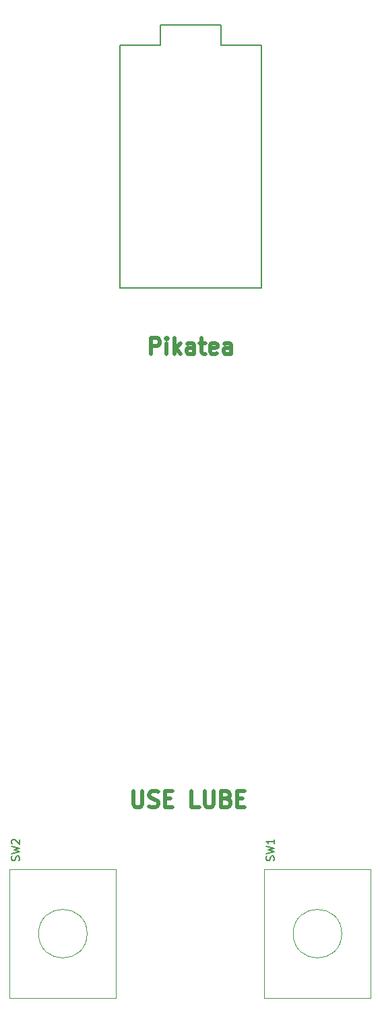
<source format=gbr>
%TF.GenerationSoftware,KiCad,Pcbnew,(5.1.6)-1*%
%TF.CreationDate,2022-03-28T18:13:33-05:00*%
%TF.ProjectId,PR-PCB,50522d50-4342-42e6-9b69-6361645f7063,rev?*%
%TF.SameCoordinates,Original*%
%TF.FileFunction,Legend,Top*%
%TF.FilePolarity,Positive*%
%FSLAX46Y46*%
G04 Gerber Fmt 4.6, Leading zero omitted, Abs format (unit mm)*
G04 Created by KiCad (PCBNEW (5.1.6)-1) date 2022-03-28 18:13:33*
%MOMM*%
%LPD*%
G01*
G04 APERTURE LIST*
%ADD10C,0.500000*%
%ADD11C,0.150000*%
%ADD12C,0.120000*%
G04 APERTURE END LIST*
D10*
X4852380Y-38804761D02*
X4852380Y-36804761D01*
X5614285Y-36804761D01*
X5804761Y-36900000D01*
X5900000Y-36995238D01*
X5995238Y-37185714D01*
X5995238Y-37471428D01*
X5900000Y-37661904D01*
X5804761Y-37757142D01*
X5614285Y-37852380D01*
X4852380Y-37852380D01*
X6852380Y-38804761D02*
X6852380Y-37471428D01*
X6852380Y-36804761D02*
X6757142Y-36900000D01*
X6852380Y-36995238D01*
X6947619Y-36900000D01*
X6852380Y-36804761D01*
X6852380Y-36995238D01*
X7804761Y-38804761D02*
X7804761Y-36804761D01*
X7995238Y-38042857D02*
X8566666Y-38804761D01*
X8566666Y-37471428D02*
X7804761Y-38233333D01*
X10280952Y-38804761D02*
X10280952Y-37757142D01*
X10185714Y-37566666D01*
X9995238Y-37471428D01*
X9614285Y-37471428D01*
X9423809Y-37566666D01*
X10280952Y-38709523D02*
X10090476Y-38804761D01*
X9614285Y-38804761D01*
X9423809Y-38709523D01*
X9328571Y-38519047D01*
X9328571Y-38328571D01*
X9423809Y-38138095D01*
X9614285Y-38042857D01*
X10090476Y-38042857D01*
X10280952Y-37947619D01*
X10947619Y-37471428D02*
X11709523Y-37471428D01*
X11233333Y-36804761D02*
X11233333Y-38519047D01*
X11328571Y-38709523D01*
X11519047Y-38804761D01*
X11709523Y-38804761D01*
X13138095Y-38709523D02*
X12947619Y-38804761D01*
X12566666Y-38804761D01*
X12376190Y-38709523D01*
X12280952Y-38519047D01*
X12280952Y-37757142D01*
X12376190Y-37566666D01*
X12566666Y-37471428D01*
X12947619Y-37471428D01*
X13138095Y-37566666D01*
X13233333Y-37757142D01*
X13233333Y-37947619D01*
X12280952Y-38138095D01*
X14947619Y-38804761D02*
X14947619Y-37757142D01*
X14852380Y-37566666D01*
X14661904Y-37471428D01*
X14280952Y-37471428D01*
X14090476Y-37566666D01*
X14947619Y-38709523D02*
X14757142Y-38804761D01*
X14280952Y-38804761D01*
X14090476Y-38709523D01*
X13995238Y-38519047D01*
X13995238Y-38328571D01*
X14090476Y-38138095D01*
X14280952Y-38042857D01*
X14757142Y-38042857D01*
X14947619Y-37947619D01*
X2647619Y-93704761D02*
X2647619Y-95323809D01*
X2742857Y-95514285D01*
X2838095Y-95609523D01*
X3028571Y-95704761D01*
X3409523Y-95704761D01*
X3600000Y-95609523D01*
X3695238Y-95514285D01*
X3790476Y-95323809D01*
X3790476Y-93704761D01*
X4647619Y-95609523D02*
X4933333Y-95704761D01*
X5409523Y-95704761D01*
X5600000Y-95609523D01*
X5695238Y-95514285D01*
X5790476Y-95323809D01*
X5790476Y-95133333D01*
X5695238Y-94942857D01*
X5600000Y-94847619D01*
X5409523Y-94752380D01*
X5028571Y-94657142D01*
X4838095Y-94561904D01*
X4742857Y-94466666D01*
X4647619Y-94276190D01*
X4647619Y-94085714D01*
X4742857Y-93895238D01*
X4838095Y-93800000D01*
X5028571Y-93704761D01*
X5504761Y-93704761D01*
X5790476Y-93800000D01*
X6647619Y-94657142D02*
X7314285Y-94657142D01*
X7600000Y-95704761D02*
X6647619Y-95704761D01*
X6647619Y-93704761D01*
X7600000Y-93704761D01*
X10933333Y-95704761D02*
X9980952Y-95704761D01*
X9980952Y-93704761D01*
X11600000Y-93704761D02*
X11600000Y-95323809D01*
X11695238Y-95514285D01*
X11790476Y-95609523D01*
X11980952Y-95704761D01*
X12361904Y-95704761D01*
X12552380Y-95609523D01*
X12647619Y-95514285D01*
X12742857Y-95323809D01*
X12742857Y-93704761D01*
X14361904Y-94657142D02*
X14647619Y-94752380D01*
X14742857Y-94847619D01*
X14838095Y-95038095D01*
X14838095Y-95323809D01*
X14742857Y-95514285D01*
X14647619Y-95609523D01*
X14457142Y-95704761D01*
X13695238Y-95704761D01*
X13695238Y-93704761D01*
X14361904Y-93704761D01*
X14552380Y-93800000D01*
X14647619Y-93895238D01*
X14742857Y-94085714D01*
X14742857Y-94276190D01*
X14647619Y-94466666D01*
X14552380Y-94561904D01*
X14361904Y-94657142D01*
X13695238Y-94657142D01*
X15695238Y-94657142D02*
X16361904Y-94657142D01*
X16647619Y-95704761D02*
X15695238Y-95704761D01*
X15695238Y-93704761D01*
X16647619Y-93704761D01*
D11*
%TO.C,U1*%
X960000Y-30000D02*
X960000Y-30510000D01*
X960000Y-30000D02*
X6040000Y-30000D01*
X6040000Y-30000D02*
X6040000Y2510000D01*
X6040000Y2510000D02*
X13660000Y2510000D01*
X13660000Y2510000D02*
X13660000Y-30000D01*
X13660000Y-30000D02*
X18740000Y-30000D01*
X18740000Y-30000D02*
X18740000Y-30510000D01*
X18740000Y-30510000D02*
X960000Y-30510000D01*
D12*
%TO.C,SW2*%
X-12900000Y-119700000D02*
X-12900000Y-103500000D01*
X500000Y-103500000D02*
X500000Y-119700000D01*
X-12900000Y-119700000D02*
X500000Y-119700000D01*
X-12900000Y-103500000D02*
X500000Y-103500000D01*
X-3150000Y-111600000D02*
G75*
G03*
X-3150000Y-111600000I-3050000J0D01*
G01*
%TO.C,SW1*%
X19100000Y-119700000D02*
X19100000Y-103500000D01*
X32500000Y-103500000D02*
X32500000Y-119700000D01*
X19100000Y-119700000D02*
X32500000Y-119700000D01*
X19100000Y-103500000D02*
X32500000Y-103500000D01*
X28850000Y-111600000D02*
G75*
G03*
X28850000Y-111600000I-3050000J0D01*
G01*
%TO.C,SW2*%
D11*
X-11695238Y-102433333D02*
X-11647619Y-102290476D01*
X-11647619Y-102052380D01*
X-11695238Y-101957142D01*
X-11742857Y-101909523D01*
X-11838095Y-101861904D01*
X-11933333Y-101861904D01*
X-12028571Y-101909523D01*
X-12076190Y-101957142D01*
X-12123809Y-102052380D01*
X-12171428Y-102242857D01*
X-12219047Y-102338095D01*
X-12266666Y-102385714D01*
X-12361904Y-102433333D01*
X-12457142Y-102433333D01*
X-12552380Y-102385714D01*
X-12600000Y-102338095D01*
X-12647619Y-102242857D01*
X-12647619Y-102004761D01*
X-12600000Y-101861904D01*
X-12647619Y-101528571D02*
X-11647619Y-101290476D01*
X-12361904Y-101100000D01*
X-11647619Y-100909523D01*
X-12647619Y-100671428D01*
X-12552380Y-100338095D02*
X-12600000Y-100290476D01*
X-12647619Y-100195238D01*
X-12647619Y-99957142D01*
X-12600000Y-99861904D01*
X-12552380Y-99814285D01*
X-12457142Y-99766666D01*
X-12361904Y-99766666D01*
X-12219047Y-99814285D01*
X-11647619Y-100385714D01*
X-11647619Y-99766666D01*
%TO.C,SW1*%
X20304761Y-102433333D02*
X20352380Y-102290476D01*
X20352380Y-102052380D01*
X20304761Y-101957142D01*
X20257142Y-101909523D01*
X20161904Y-101861904D01*
X20066666Y-101861904D01*
X19971428Y-101909523D01*
X19923809Y-101957142D01*
X19876190Y-102052380D01*
X19828571Y-102242857D01*
X19780952Y-102338095D01*
X19733333Y-102385714D01*
X19638095Y-102433333D01*
X19542857Y-102433333D01*
X19447619Y-102385714D01*
X19400000Y-102338095D01*
X19352380Y-102242857D01*
X19352380Y-102004761D01*
X19400000Y-101861904D01*
X19352380Y-101528571D02*
X20352380Y-101290476D01*
X19638095Y-101100000D01*
X20352380Y-100909523D01*
X19352380Y-100671428D01*
X20352380Y-99766666D02*
X20352380Y-100338095D01*
X20352380Y-100052380D02*
X19352380Y-100052380D01*
X19495238Y-100147619D01*
X19590476Y-100242857D01*
X19638095Y-100338095D01*
%TD*%
M02*

</source>
